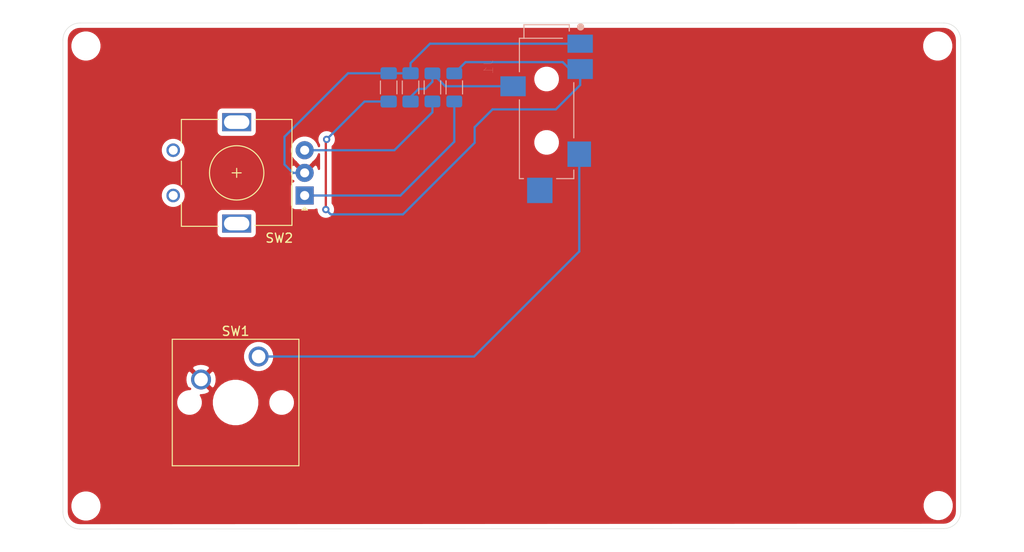
<source format=kicad_pcb>
(kicad_pcb (version 20171130) (host pcbnew "(5.1.7)-1")

  (general
    (thickness 1.6)
    (drawings 11)
    (tracks 49)
    (zones 0)
    (modules 11)
    (nets 8)
  )

  (page A4)
  (layers
    (0 F.Cu signal)
    (31 B.Cu signal)
    (32 B.Adhes user)
    (33 F.Adhes user)
    (34 B.Paste user)
    (35 F.Paste user)
    (36 B.SilkS user)
    (37 F.SilkS user)
    (38 B.Mask user)
    (39 F.Mask user)
    (40 Dwgs.User user)
    (41 Cmts.User user)
    (42 Eco1.User user)
    (43 Eco2.User user)
    (44 Edge.Cuts user)
    (45 Margin user)
    (46 B.CrtYd user)
    (47 F.CrtYd user)
    (48 B.Fab user)
    (49 F.Fab user)
  )

  (setup
    (last_trace_width 0.25)
    (trace_clearance 0.2)
    (zone_clearance 0.508)
    (zone_45_only no)
    (trace_min 0.2)
    (via_size 0.8)
    (via_drill 0.4)
    (via_min_size 0.4)
    (via_min_drill 0.3)
    (uvia_size 0.3)
    (uvia_drill 0.1)
    (uvias_allowed no)
    (uvia_min_size 0.2)
    (uvia_min_drill 0.1)
    (edge_width 0.05)
    (segment_width 0.2)
    (pcb_text_width 0.3)
    (pcb_text_size 1.5 1.5)
    (mod_edge_width 0.12)
    (mod_text_size 1 1)
    (mod_text_width 0.15)
    (pad_size 1.524 1.524)
    (pad_drill 0.762)
    (pad_to_mask_clearance 0)
    (aux_axis_origin 0 0)
    (visible_elements 7FFFFFFF)
    (pcbplotparams
      (layerselection 0x010fc_ffffffff)
      (usegerberextensions true)
      (usegerberattributes false)
      (usegerberadvancedattributes false)
      (creategerberjobfile false)
      (excludeedgelayer true)
      (linewidth 0.100000)
      (plotframeref false)
      (viasonmask false)
      (mode 1)
      (useauxorigin false)
      (hpglpennumber 1)
      (hpglpenspeed 20)
      (hpglpendiameter 15.000000)
      (psnegative false)
      (psa4output false)
      (plotreference true)
      (plotvalue true)
      (plotinvisibletext false)
      (padsonsilk false)
      (subtractmaskfromsilk false)
      (outputformat 1)
      (mirror false)
      (drillshape 0)
      (scaleselection 1)
      (outputdirectory "plots/"))
  )

  (net 0 "")
  (net 1 OUT_A)
  (net 2 GND)
  (net 3 OUT_B)
  (net 4 "Net-(R1-Pad1)")
  (net 5 "Net-(R2-Pad1)")
  (net 6 "Net-(J1-Pad2)")
  (net 7 "Net-(J1-Pad5)")

  (net_class Default "This is the default net class."
    (clearance 0.2)
    (trace_width 0.25)
    (via_dia 0.8)
    (via_drill 0.4)
    (uvia_dia 0.3)
    (uvia_drill 0.1)
    (add_net GND)
    (add_net "Net-(J1-Pad2)")
    (add_net "Net-(J1-Pad5)")
    (add_net "Net-(R1-Pad1)")
    (add_net "Net-(R2-Pad1)")
    (add_net OUT_A)
    (add_net OUT_B)
  )

  (module MountingHole:MountingHole_2.2mm_M2 (layer F.Cu) (tedit 56D1B4CB) (tstamp 5FB14986)
    (at 127 119.38)
    (descr "Mounting Hole 2.2mm, no annular, M2")
    (tags "mounting hole 2.2mm no annular m2")
    (attr virtual)
    (fp_text reference REF** (at 0 -3.2) (layer F.SilkS) hide
      (effects (font (size 1 1) (thickness 0.15)))
    )
    (fp_text value MountingHole_2.2mm_M2 (at 0 3.2) (layer F.Fab)
      (effects (font (size 1 1) (thickness 0.15)))
    )
    (fp_circle (center 0 0) (end 2.2 0) (layer Cmts.User) (width 0.15))
    (fp_circle (center 0 0) (end 2.45 0) (layer F.CrtYd) (width 0.05))
    (fp_text user %R (at 0.3 0) (layer F.Fab)
      (effects (font (size 1 1) (thickness 0.15)))
    )
    (pad 1 np_thru_hole circle (at 0 0) (size 2.2 2.2) (drill 2.2) (layers *.Cu *.Mask))
  )

  (module MountingHole:MountingHole_2.2mm_M2 (layer F.Cu) (tedit 56D1B4CB) (tstamp 5FB14986)
    (at 221.0308 119.3292)
    (descr "Mounting Hole 2.2mm, no annular, M2")
    (tags "mounting hole 2.2mm no annular m2")
    (attr virtual)
    (fp_text reference REF** (at 0 -3.2) (layer F.SilkS) hide
      (effects (font (size 1 1) (thickness 0.15)))
    )
    (fp_text value MountingHole_2.2mm_M2 (at 0 3.2) (layer F.Fab)
      (effects (font (size 1 1) (thickness 0.15)))
    )
    (fp_circle (center 0 0) (end 2.2 0) (layer Cmts.User) (width 0.15))
    (fp_circle (center 0 0) (end 2.45 0) (layer F.CrtYd) (width 0.05))
    (fp_text user %R (at 0.3 0) (layer F.Fab)
      (effects (font (size 1 1) (thickness 0.15)))
    )
    (pad 1 np_thru_hole circle (at 0 0) (size 2.2 2.2) (drill 2.2) (layers *.Cu *.Mask))
  )

  (module MountingHole:MountingHole_2.2mm_M2 (layer F.Cu) (tedit 56D1B4CB) (tstamp 5FB14986)
    (at 220.98 68.58)
    (descr "Mounting Hole 2.2mm, no annular, M2")
    (tags "mounting hole 2.2mm no annular m2")
    (attr virtual)
    (fp_text reference REF** (at 0 -3.2) (layer F.SilkS) hide
      (effects (font (size 1 1) (thickness 0.15)))
    )
    (fp_text value MountingHole_2.2mm_M2 (at 0 3.2) (layer F.Fab)
      (effects (font (size 1 1) (thickness 0.15)))
    )
    (fp_circle (center 0 0) (end 2.2 0) (layer Cmts.User) (width 0.15))
    (fp_circle (center 0 0) (end 2.45 0) (layer F.CrtYd) (width 0.05))
    (fp_text user %R (at 0.3 0) (layer F.Fab)
      (effects (font (size 1 1) (thickness 0.15)))
    )
    (pad 1 np_thru_hole circle (at 0 0) (size 2.2 2.2) (drill 2.2) (layers *.Cu *.Mask))
  )

  (module MountingHole:MountingHole_2.2mm_M2 (layer F.Cu) (tedit 56D1B4CB) (tstamp 5FB14984)
    (at 127 68.58)
    (descr "Mounting Hole 2.2mm, no annular, M2")
    (tags "mounting hole 2.2mm no annular m2")
    (attr virtual)
    (fp_text reference REF** (at 0 -3.2) (layer F.SilkS) hide
      (effects (font (size 1 1) (thickness 0.15)))
    )
    (fp_text value MountingHole_2.2mm_M2 (at 0 3.2) (layer F.Fab)
      (effects (font (size 1 1) (thickness 0.15)))
    )
    (fp_circle (center 0 0) (end 2.2 0) (layer Cmts.User) (width 0.15))
    (fp_circle (center 0 0) (end 2.45 0) (layer F.CrtYd) (width 0.05))
    (fp_text user %R (at 0.3 0) (layer F.Fab)
      (effects (font (size 1 1) (thickness 0.15)))
    )
    (pad 1 np_thru_hole circle (at 0 0) (size 2.2 2.2) (drill 2.2) (layers *.Cu *.Mask))
  )

  (module Capacitor_SMD:C_1206_3216Metric_Pad1.33x1.80mm_HandSolder (layer B.Cu) (tedit 5F68FEEF) (tstamp 5FB0E7BC)
    (at 160.401 73.152 90)
    (descr "Capacitor SMD 1206 (3216 Metric), square (rectangular) end terminal, IPC_7351 nominal with elongated pad for handsoldering. (Body size source: IPC-SM-782 page 76, https://www.pcb-3d.com/wordpress/wp-content/uploads/ipc-sm-782a_amendment_1_and_2.pdf), generated with kicad-footprint-generator")
    (tags "capacitor handsolder")
    (path /5F9E3084)
    (attr smd)
    (fp_text reference C1 (at 0 1.85 270) (layer B.SilkS) hide
      (effects (font (size 1 1) (thickness 0.15)) (justify mirror))
    )
    (fp_text value 0.01uF (at 0 -1.85 270) (layer B.Fab)
      (effects (font (size 1 1) (thickness 0.15)) (justify mirror))
    )
    (fp_line (start 2.48 -1.15) (end -2.48 -1.15) (layer B.CrtYd) (width 0.05))
    (fp_line (start 2.48 1.15) (end 2.48 -1.15) (layer B.CrtYd) (width 0.05))
    (fp_line (start -2.48 1.15) (end 2.48 1.15) (layer B.CrtYd) (width 0.05))
    (fp_line (start -2.48 -1.15) (end -2.48 1.15) (layer B.CrtYd) (width 0.05))
    (fp_line (start -0.711252 -0.91) (end 0.711252 -0.91) (layer B.SilkS) (width 0.12))
    (fp_line (start -0.711252 0.91) (end 0.711252 0.91) (layer B.SilkS) (width 0.12))
    (fp_line (start 1.6 -0.8) (end -1.6 -0.8) (layer B.Fab) (width 0.1))
    (fp_line (start 1.6 0.8) (end 1.6 -0.8) (layer B.Fab) (width 0.1))
    (fp_line (start -1.6 0.8) (end 1.6 0.8) (layer B.Fab) (width 0.1))
    (fp_line (start -1.6 -0.8) (end -1.6 0.8) (layer B.Fab) (width 0.1))
    (fp_text user %R (at 0 0 270) (layer B.Fab)
      (effects (font (size 0.8 0.8) (thickness 0.12)) (justify mirror))
    )
    (pad 1 smd roundrect (at -1.5625 0 90) (size 1.325 1.8) (layers B.Cu B.Paste B.Mask) (roundrect_rratio 0.1886769811320755)
      (net 1 OUT_A))
    (pad 2 smd roundrect (at 1.5625 0 90) (size 1.325 1.8) (layers B.Cu B.Paste B.Mask) (roundrect_rratio 0.1886769811320755)
      (net 2 GND))
    (model ${KISYS3DMOD}/Capacitor_SMD.3dshapes/C_1206_3216Metric.wrl
      (at (xyz 0 0 0))
      (scale (xyz 1 1 1))
      (rotate (xyz 0 0 0))
    )
  )

  (module Capacitor_SMD:C_1206_3216Metric_Pad1.33x1.80mm_HandSolder (layer B.Cu) (tedit 5F68FEEF) (tstamp 5FB0E7CD)
    (at 162.814 73.152 90)
    (descr "Capacitor SMD 1206 (3216 Metric), square (rectangular) end terminal, IPC_7351 nominal with elongated pad for handsoldering. (Body size source: IPC-SM-782 page 76, https://www.pcb-3d.com/wordpress/wp-content/uploads/ipc-sm-782a_amendment_1_and_2.pdf), generated with kicad-footprint-generator")
    (tags "capacitor handsolder")
    (path /5F9E3C24)
    (attr smd)
    (fp_text reference C2 (at 0 1.85 270) (layer B.SilkS) hide
      (effects (font (size 1 1) (thickness 0.15)) (justify mirror))
    )
    (fp_text value 0.01uF (at 0 -1.85 270) (layer B.Fab)
      (effects (font (size 1 1) (thickness 0.15)) (justify mirror))
    )
    (fp_line (start -1.6 -0.8) (end -1.6 0.8) (layer B.Fab) (width 0.1))
    (fp_line (start -1.6 0.8) (end 1.6 0.8) (layer B.Fab) (width 0.1))
    (fp_line (start 1.6 0.8) (end 1.6 -0.8) (layer B.Fab) (width 0.1))
    (fp_line (start 1.6 -0.8) (end -1.6 -0.8) (layer B.Fab) (width 0.1))
    (fp_line (start -0.711252 0.91) (end 0.711252 0.91) (layer B.SilkS) (width 0.12))
    (fp_line (start -0.711252 -0.91) (end 0.711252 -0.91) (layer B.SilkS) (width 0.12))
    (fp_line (start -2.48 -1.15) (end -2.48 1.15) (layer B.CrtYd) (width 0.05))
    (fp_line (start -2.48 1.15) (end 2.48 1.15) (layer B.CrtYd) (width 0.05))
    (fp_line (start 2.48 1.15) (end 2.48 -1.15) (layer B.CrtYd) (width 0.05))
    (fp_line (start 2.48 -1.15) (end -2.48 -1.15) (layer B.CrtYd) (width 0.05))
    (fp_text user %R (at 0 0 270) (layer B.Fab)
      (effects (font (size 0.8 0.8) (thickness 0.12)) (justify mirror))
    )
    (pad 2 smd roundrect (at 1.5625 0 90) (size 1.325 1.8) (layers B.Cu B.Paste B.Mask) (roundrect_rratio 0.1886769811320755)
      (net 2 GND))
    (pad 1 smd roundrect (at -1.5625 0 90) (size 1.325 1.8) (layers B.Cu B.Paste B.Mask) (roundrect_rratio 0.1886769811320755)
      (net 3 OUT_B))
    (model ${KISYS3DMOD}/Capacitor_SMD.3dshapes/C_1206_3216Metric.wrl
      (at (xyz 0 0 0))
      (scale (xyz 1 1 1))
      (rotate (xyz 0 0 0))
    )
  )

  (module Resistor_SMD:R_1206_3216Metric_Pad1.30x1.75mm_HandSolder (layer B.Cu) (tedit 5F68FEEE) (tstamp 5FB0E802)
    (at 167.64 73.152 90)
    (descr "Resistor SMD 1206 (3216 Metric), square (rectangular) end terminal, IPC_7351 nominal with elongated pad for handsoldering. (Body size source: IPC-SM-782 page 72, https://www.pcb-3d.com/wordpress/wp-content/uploads/ipc-sm-782a_amendment_1_and_2.pdf), generated with kicad-footprint-generator")
    (tags "resistor handsolder")
    (path /5F9DFC09)
    (attr smd)
    (fp_text reference R1 (at 0 1.82 270) (layer B.SilkS) hide
      (effects (font (size 1 1) (thickness 0.15)) (justify mirror))
    )
    (fp_text value 10K (at 0 -1.82 270) (layer B.Fab)
      (effects (font (size 1 1) (thickness 0.15)) (justify mirror))
    )
    (fp_line (start 2.45 -1.12) (end -2.45 -1.12) (layer B.CrtYd) (width 0.05))
    (fp_line (start 2.45 1.12) (end 2.45 -1.12) (layer B.CrtYd) (width 0.05))
    (fp_line (start -2.45 1.12) (end 2.45 1.12) (layer B.CrtYd) (width 0.05))
    (fp_line (start -2.45 -1.12) (end -2.45 1.12) (layer B.CrtYd) (width 0.05))
    (fp_line (start -0.727064 -0.91) (end 0.727064 -0.91) (layer B.SilkS) (width 0.12))
    (fp_line (start -0.727064 0.91) (end 0.727064 0.91) (layer B.SilkS) (width 0.12))
    (fp_line (start 1.6 -0.8) (end -1.6 -0.8) (layer B.Fab) (width 0.1))
    (fp_line (start 1.6 0.8) (end 1.6 -0.8) (layer B.Fab) (width 0.1))
    (fp_line (start -1.6 0.8) (end 1.6 0.8) (layer B.Fab) (width 0.1))
    (fp_line (start -1.6 -0.8) (end -1.6 0.8) (layer B.Fab) (width 0.1))
    (fp_text user %R (at 0 0 270) (layer B.Fab)
      (effects (font (size 0.8 0.8) (thickness 0.12)) (justify mirror))
    )
    (pad 1 smd roundrect (at -1.55 0 90) (size 1.3 1.75) (layers B.Cu B.Paste B.Mask) (roundrect_rratio 0.1923069230769231)
      (net 4 "Net-(R1-Pad1)"))
    (pad 2 smd roundrect (at 1.55 0 90) (size 1.3 1.75) (layers B.Cu B.Paste B.Mask) (roundrect_rratio 0.1923069230769231)
      (net 1 OUT_A))
    (model ${KISYS3DMOD}/Resistor_SMD.3dshapes/R_1206_3216Metric.wrl
      (at (xyz 0 0 0))
      (scale (xyz 1 1 1))
      (rotate (xyz 0 0 0))
    )
  )

  (module Resistor_SMD:R_1206_3216Metric_Pad1.30x1.75mm_HandSolder (layer B.Cu) (tedit 5F68FEEE) (tstamp 5FB0E813)
    (at 165.227 73.152 90)
    (descr "Resistor SMD 1206 (3216 Metric), square (rectangular) end terminal, IPC_7351 nominal with elongated pad for handsoldering. (Body size source: IPC-SM-782 page 72, https://www.pcb-3d.com/wordpress/wp-content/uploads/ipc-sm-782a_amendment_1_and_2.pdf), generated with kicad-footprint-generator")
    (tags "resistor handsolder")
    (path /5F9E137D)
    (attr smd)
    (fp_text reference R2 (at 0 1.82 270) (layer B.SilkS) hide
      (effects (font (size 1 1) (thickness 0.15)) (justify mirror))
    )
    (fp_text value 10K (at 0 -1.82 270) (layer B.Fab)
      (effects (font (size 1 1) (thickness 0.15)) (justify mirror))
    )
    (fp_line (start -1.6 -0.8) (end -1.6 0.8) (layer B.Fab) (width 0.1))
    (fp_line (start -1.6 0.8) (end 1.6 0.8) (layer B.Fab) (width 0.1))
    (fp_line (start 1.6 0.8) (end 1.6 -0.8) (layer B.Fab) (width 0.1))
    (fp_line (start 1.6 -0.8) (end -1.6 -0.8) (layer B.Fab) (width 0.1))
    (fp_line (start -0.727064 0.91) (end 0.727064 0.91) (layer B.SilkS) (width 0.12))
    (fp_line (start -0.727064 -0.91) (end 0.727064 -0.91) (layer B.SilkS) (width 0.12))
    (fp_line (start -2.45 -1.12) (end -2.45 1.12) (layer B.CrtYd) (width 0.05))
    (fp_line (start -2.45 1.12) (end 2.45 1.12) (layer B.CrtYd) (width 0.05))
    (fp_line (start 2.45 1.12) (end 2.45 -1.12) (layer B.CrtYd) (width 0.05))
    (fp_line (start 2.45 -1.12) (end -2.45 -1.12) (layer B.CrtYd) (width 0.05))
    (fp_text user %R (at 0 0 270) (layer B.Fab)
      (effects (font (size 0.8 0.8) (thickness 0.12)) (justify mirror))
    )
    (pad 2 smd roundrect (at 1.55 0 90) (size 1.3 1.75) (layers B.Cu B.Paste B.Mask) (roundrect_rratio 0.1923069230769231)
      (net 3 OUT_B))
    (pad 1 smd roundrect (at -1.55 0 90) (size 1.3 1.75) (layers B.Cu B.Paste B.Mask) (roundrect_rratio 0.1923069230769231)
      (net 5 "Net-(R2-Pad1)"))
    (model ${KISYS3DMOD}/Resistor_SMD.3dshapes/R_1206_3216Metric.wrl
      (at (xyz 0 0 0))
      (scale (xyz 1 1 1))
      (rotate (xyz 0 0 0))
    )
  )

  (module Button_Switch_Keyboard:SW_Cherry_MX_1.00u_PCB (layer F.Cu) (tedit 5A02FE24) (tstamp 5FB0E82D)
    (at 146.05 102.87)
    (descr "Cherry MX keyswitch, 1.00u, PCB mount, http://cherryamericas.com/wp-content/uploads/2014/12/mx_cat.pdf")
    (tags "Cherry MX keyswitch 1.00u PCB")
    (path /5F9D4304)
    (fp_text reference SW1 (at -2.54 -2.794) (layer F.SilkS)
      (effects (font (size 1 1) (thickness 0.15)))
    )
    (fp_text value SW_Push (at -2.54 12.954) (layer F.Fab)
      (effects (font (size 1 1) (thickness 0.15)))
    )
    (fp_line (start -9.525 12.065) (end -9.525 -1.905) (layer F.SilkS) (width 0.12))
    (fp_line (start 4.445 12.065) (end -9.525 12.065) (layer F.SilkS) (width 0.12))
    (fp_line (start 4.445 -1.905) (end 4.445 12.065) (layer F.SilkS) (width 0.12))
    (fp_line (start -9.525 -1.905) (end 4.445 -1.905) (layer F.SilkS) (width 0.12))
    (fp_line (start -12.065 14.605) (end -12.065 -4.445) (layer Dwgs.User) (width 0.15))
    (fp_line (start 6.985 14.605) (end -12.065 14.605) (layer Dwgs.User) (width 0.15))
    (fp_line (start 6.985 -4.445) (end 6.985 14.605) (layer Dwgs.User) (width 0.15))
    (fp_line (start -12.065 -4.445) (end 6.985 -4.445) (layer Dwgs.User) (width 0.15))
    (fp_line (start -9.14 -1.52) (end 4.06 -1.52) (layer F.CrtYd) (width 0.05))
    (fp_line (start 4.06 -1.52) (end 4.06 11.68) (layer F.CrtYd) (width 0.05))
    (fp_line (start 4.06 11.68) (end -9.14 11.68) (layer F.CrtYd) (width 0.05))
    (fp_line (start -9.14 11.68) (end -9.14 -1.52) (layer F.CrtYd) (width 0.05))
    (fp_line (start -8.89 11.43) (end -8.89 -1.27) (layer F.Fab) (width 0.1))
    (fp_line (start 3.81 11.43) (end -8.89 11.43) (layer F.Fab) (width 0.1))
    (fp_line (start 3.81 -1.27) (end 3.81 11.43) (layer F.Fab) (width 0.1))
    (fp_line (start -8.89 -1.27) (end 3.81 -1.27) (layer F.Fab) (width 0.1))
    (fp_text user %R (at -2.54 -2.794) (layer F.Fab)
      (effects (font (size 1 1) (thickness 0.15)))
    )
    (pad 1 thru_hole circle (at 0 0) (size 2.2 2.2) (drill 1.5) (layers *.Cu *.Mask)
      (net 6 "Net-(J1-Pad2)"))
    (pad 2 thru_hole circle (at -6.35 2.54) (size 2.2 2.2) (drill 1.5) (layers *.Cu *.Mask)
      (net 2 GND))
    (pad "" np_thru_hole circle (at -2.54 5.08) (size 4 4) (drill 4) (layers *.Cu *.Mask))
    (pad "" np_thru_hole circle (at -7.62 5.08) (size 1.7 1.7) (drill 1.7) (layers *.Cu *.Mask))
    (pad "" np_thru_hole circle (at 2.54 5.08) (size 1.7 1.7) (drill 1.7) (layers *.Cu *.Mask))
    (model ${KISYS3DMOD}/Button_Switch_Keyboard.3dshapes/SW_Cherry_MX_1.00u_PCB.wrl
      (at (xyz 0 0 0))
      (scale (xyz 1 1 1))
      (rotate (xyz 0 0 0))
    )
  )

  (module Rotary_Encoder:RotaryEncoder_Alps_EC11E_Vertical_H20mm locked (layer F.Cu) (tedit 5A64F74E) (tstamp 5FB0E853)
    (at 151.13 85.09 180)
    (descr "Alps rotary encoder, EC12E... without switch (pins are dummy), vertical shaft, http://www.alps.com/prod/info/E/HTML/Encoder/Incremental/EC11/EC11E15204A3.html")
    (tags "rotary encoder")
    (path /5F9D3657)
    (fp_text reference SW2 (at 2.8 -4.7) (layer F.SilkS)
      (effects (font (size 1 1) (thickness 0.15)))
    )
    (fp_text value Rotary_Encoder (at 7.5 10.4) (layer F.Fab)
      (effects (font (size 1 1) (thickness 0.15)))
    )
    (fp_circle (center 7.5 2.5) (end 10.5 2.5) (layer F.Fab) (width 0.12))
    (fp_circle (center 7.5 2.5) (end 10.5 2.5) (layer F.SilkS) (width 0.12))
    (fp_line (start 15.5 9.35) (end -1.25 9.35) (layer F.CrtYd) (width 0.05))
    (fp_line (start 15.5 9.35) (end 15.5 -4.35) (layer F.CrtYd) (width 0.05))
    (fp_line (start -1.25 -4.35) (end -1.25 9.35) (layer F.CrtYd) (width 0.05))
    (fp_line (start -1.25 -4.35) (end 15.5 -4.35) (layer F.CrtYd) (width 0.05))
    (fp_line (start 2.5 -3.3) (end 13.5 -3.3) (layer F.Fab) (width 0.12))
    (fp_line (start 13.5 -3.3) (end 13.5 8.3) (layer F.Fab) (width 0.12))
    (fp_line (start 13.5 8.3) (end 1.5 8.3) (layer F.Fab) (width 0.12))
    (fp_line (start 1.5 8.3) (end 1.5 -2.2) (layer F.Fab) (width 0.12))
    (fp_line (start 1.5 -2.2) (end 2.5 -3.3) (layer F.Fab) (width 0.12))
    (fp_line (start 9.5 -3.4) (end 13.6 -3.4) (layer F.SilkS) (width 0.12))
    (fp_line (start 13.6 8.4) (end 9.5 8.4) (layer F.SilkS) (width 0.12))
    (fp_line (start 5.5 8.4) (end 1.4 8.4) (layer F.SilkS) (width 0.12))
    (fp_line (start 5.5 -3.3) (end 1.4 -3.3) (layer F.SilkS) (width 0.12))
    (fp_line (start 1.4 -3.3) (end 1.4 8.4) (layer F.SilkS) (width 0.12))
    (fp_line (start 0 -1.3) (end -0.3 -1.6) (layer F.SilkS) (width 0.12))
    (fp_line (start -0.3 -1.6) (end 0.3 -1.6) (layer F.SilkS) (width 0.12))
    (fp_line (start 0.3 -1.6) (end 0 -1.3) (layer F.SilkS) (width 0.12))
    (fp_line (start 7.5 -0.5) (end 7.5 5.5) (layer F.Fab) (width 0.12))
    (fp_line (start 4.5 2.5) (end 10.5 2.5) (layer F.Fab) (width 0.12))
    (fp_line (start 13.6 -3.4) (end 13.6 -0.8) (layer F.SilkS) (width 0.12))
    (fp_line (start 13.6 1.2) (end 13.6 3.8) (layer F.SilkS) (width 0.12))
    (fp_line (start 13.6 5.8) (end 13.6 8.4) (layer F.SilkS) (width 0.12))
    (fp_line (start 7.5 2) (end 7.5 3) (layer F.SilkS) (width 0.12))
    (fp_line (start 7 2.5) (end 8 2.5) (layer F.SilkS) (width 0.12))
    (fp_text user %R (at 11.1 6.3) (layer F.Fab)
      (effects (font (size 1 1) (thickness 0.15)))
    )
    (pad "" thru_hole circle (at 14.5 5 180) (size 1.5 1.5) (drill 1) (layers *.Cu *.Mask))
    (pad "" thru_hole circle (at 14.5 0 180) (size 1.5 1.5) (drill 1) (layers *.Cu *.Mask))
    (pad MP thru_hole rect (at 7.5 8.1 180) (size 3.2 2) (drill oval 2.8 1.5) (layers *.Cu *.Mask))
    (pad MP thru_hole rect (at 7.5 -3.1 180) (size 3.2 2) (drill oval 2.8 1.5) (layers *.Cu *.Mask))
    (pad B thru_hole circle (at 0 5 180) (size 2 2) (drill 1) (layers *.Cu *.Mask)
      (net 5 "Net-(R2-Pad1)"))
    (pad C thru_hole circle (at 0 2.5 180) (size 2 2) (drill 1) (layers *.Cu *.Mask)
      (net 2 GND))
    (pad A thru_hole rect (at 0 0 180) (size 2 2) (drill 1) (layers *.Cu *.Mask)
      (net 4 "Net-(R1-Pad1)"))
    (model ${KISYS3DMOD}/Rotary_Encoder.3dshapes/RotaryEncoder_Alps_EC11E_Vertical_H20mm.wrl
      (at (xyz 0 0 0))
      (scale (xyz 1 1 1))
      (rotate (xyz 0 0 0))
    )
  )

  (module TRRS_jack:CUI_SJ-43515TS-SMT (layer B.Cu) (tedit 605843EC) (tstamp 6058A8B2)
    (at 177.8254 75.4761 270)
    (path /60585147)
    (fp_text reference J1 (at -4.596275 6.414705 90) (layer B.SilkS)
      (effects (font (size 1.004654 1.004654) (thickness 0.015)) (justify mirror))
    )
    (fp_text value SJ-43515TS-SMT (at 3.39283 -6.53973 90) (layer B.Fab)
      (effects (font (size 1.003795 1.003795) (thickness 0.015)) (justify mirror))
    )
    (fp_line (start -7.75 3) (end -7.75 2.5) (layer B.Fab) (width 0.127))
    (fp_line (start -7.75 2.5) (end -7.75 -2.5) (layer B.Fab) (width 0.127))
    (fp_line (start -7.75 -2.5) (end -7.75 -3) (layer B.Fab) (width 0.127))
    (fp_line (start -7.75 -3) (end 7.75 -3) (layer B.Fab) (width 0.127))
    (fp_line (start 7.75 -3) (end 7.75 3) (layer B.Fab) (width 0.127))
    (fp_line (start 7.75 3) (end -7.75 3) (layer B.Fab) (width 0.127))
    (fp_line (start -7.75 2.5) (end -9.25 2.5) (layer B.Fab) (width 0.127))
    (fp_line (start -9.25 2.5) (end -9.25 -2.5) (layer B.Fab) (width 0.127))
    (fp_line (start -9.25 -2.5) (end -7.75 -2.5) (layer B.Fab) (width 0.127))
    (fp_line (start -4.05 3) (end -7.75 3) (layer B.SilkS) (width 0.127))
    (fp_line (start -7.75 3) (end -7.75 2.5) (layer B.SilkS) (width 0.127))
    (fp_line (start -7.75 2.5) (end -7.75 -1.75) (layer B.SilkS) (width 0.127))
    (fp_line (start -7.75 2.5) (end -9.25 2.5) (layer B.SilkS) (width 0.127))
    (fp_line (start -9.25 2.5) (end -9.25 -2.5) (layer B.SilkS) (width 0.127))
    (fp_line (start -9.25 -2.5) (end -8.55 -2.5) (layer B.SilkS) (width 0.127))
    (fp_line (start -2.85 -3) (end 3.25 -3) (layer B.SilkS) (width 0.127))
    (fp_line (start 6.8 -3) (end 7.75 -3) (layer B.SilkS) (width 0.127))
    (fp_line (start 7.75 3) (end -0.95 3) (layer B.SilkS) (width 0.127))
    (fp_circle (center -9 -3.75) (end -8.8 -3.75) (layer B.SilkS) (width 0.4))
    (fp_line (start 7.75 -1.1) (end 7.75 -3) (layer B.SilkS) (width 0.127))
    (fp_line (start 7.75 3) (end 7.75 2.55) (layer B.SilkS) (width 0.127))
    (fp_line (start -9.5 2.75) (end -8 2.75) (layer B.CrtYd) (width 0.05))
    (fp_line (start -8 2.75) (end -8 3.25) (layer B.CrtYd) (width 0.05))
    (fp_line (start -8 3.25) (end -3.75 3.25) (layer B.CrtYd) (width 0.05))
    (fp_line (start -3.75 3.25) (end -3.75 5.5) (layer B.CrtYd) (width 0.05))
    (fp_line (start -3.75 5.5) (end -1 5.5) (layer B.CrtYd) (width 0.05))
    (fp_line (start -1 5.5) (end -1 3.25) (layer B.CrtYd) (width 0.05))
    (fp_line (start -1 3.25) (end 8 3.25) (layer B.CrtYd) (width 0.05))
    (fp_line (start 8 3.25) (end 8 2.5) (layer B.CrtYd) (width 0.05))
    (fp_line (start 8 2.5) (end 10.75 2.5) (layer B.CrtYd) (width 0.05))
    (fp_line (start 10.75 2.5) (end 10.75 -1) (layer B.CrtYd) (width 0.05))
    (fp_line (start 10.75 -1) (end 8 -1) (layer B.CrtYd) (width 0.05))
    (fp_line (start 8 -1) (end 8 -3.25) (layer B.CrtYd) (width 0.05))
    (fp_line (start 8 -3.25) (end 6.75 -3.25) (layer B.CrtYd) (width 0.05))
    (fp_line (start 6.75 -3.25) (end 6.75 -5.5) (layer B.CrtYd) (width 0.05))
    (fp_line (start 6.75 -5.5) (end 3.25 -5.5) (layer B.CrtYd) (width 0.05))
    (fp_line (start 3.25 -5.5) (end 3.25 -3.25) (layer B.CrtYd) (width 0.05))
    (fp_line (start 3.25 -3.25) (end -3 -3.25) (layer B.CrtYd) (width 0.05))
    (fp_line (start -3 -3.25) (end -3 -5.5) (layer B.CrtYd) (width 0.05))
    (fp_line (start -3 -5.5) (end -8.5 -5.5) (layer B.CrtYd) (width 0.05))
    (fp_line (start -8.5 -5.5) (end -8.5 -2.75) (layer B.CrtYd) (width 0.05))
    (fp_line (start -8.5 -2.75) (end -9.5 -2.75) (layer B.CrtYd) (width 0.05))
    (fp_line (start -9.5 -2.75) (end -9.5 2.75) (layer B.CrtYd) (width 0.05))
    (pad 1 smd rect (at -7.15 -3.7 270) (size 2 2.8) (layers B.Cu B.Paste B.Mask)
      (net 2 GND))
    (pad 2 smd rect (at 5.05 -3.6 270) (size 2.8 2.6) (layers B.Cu B.Paste B.Mask)
      (net 6 "Net-(J1-Pad2)"))
    (pad 3 smd rect (at -2.45 3.7 270) (size 2.2 2.8) (layers B.Cu B.Paste B.Mask)
      (net 3 OUT_B))
    (pad 4 smd rect (at -4.35 -3.7 270) (size 2.2 2.8) (layers B.Cu B.Paste B.Mask)
      (net 1 OUT_A))
    (pad None np_thru_hole circle (at -3.25 0 270) (size 1.7 1.7) (drill 1.7) (layers *.Cu *.Mask))
    (pad None np_thru_hole circle (at 3.75 0 270) (size 1.7 1.7) (drill 1.7) (layers *.Cu *.Mask))
    (pad 5 smd rect (at 9.05 0.75 270) (size 2.8 2.8) (layers B.Cu B.Paste B.Mask)
      (net 7 "Net-(J1-Pad5)"))
  )

  (gr_arc (start 126.3396 120.0404) (end 124.46 120.0404) (angle -90) (layer Edge.Cuts) (width 0.05))
  (gr_arc (start 221.6404 119.9896) (end 221.6404 121.8692) (angle -90) (layer Edge.Cuts) (width 0.05))
  (gr_arc (start 221.6404 67.9196) (end 223.52 67.9196) (angle -90) (layer Edge.Cuts) (width 0.05))
  (gr_arc (start 126.3396 67.9196) (end 126.3396 66.04) (angle -90) (layer Edge.Cuts) (width 0.05))
  (gr_line (start 223.52 119.9896) (end 223.52 114.3) (layer Edge.Cuts) (width 0.05) (tstamp 5FB0EC73))
  (gr_line (start 126.3396 121.92) (end 221.6404 121.8692) (layer Edge.Cuts) (width 0.05))
  (gr_line (start 124.46 114.3) (end 124.46 120.0404) (layer Edge.Cuts) (width 0.05))
  (gr_circle (center 143.51 82.55) (end 153.67 88.9) (layer Dwgs.User) (width 0.15))
  (gr_line (start 221.6404 66.04) (end 126.3396 66.04) (layer Edge.Cuts) (width 0.05) (tstamp 5F9DA4BF))
  (gr_line (start 223.52 114.3) (end 223.52 67.9196) (layer Edge.Cuts) (width 0.05))
  (gr_line (start 124.46 67.9196) (end 124.46 114.3) (layer Edge.Cuts) (width 0.05))

  (segment (start 181.5254 71.1261) (end 180.3715 71.1261) (width 0.25) (layer B.Cu) (net 1))
  (segment (start 180.3715 71.1261) (end 179.6034 70.358) (width 0.25) (layer B.Cu) (net 1))
  (segment (start 168.884 70.358) (end 167.64 71.602) (width 0.25) (layer B.Cu) (net 1))
  (segment (start 179.6034 70.358) (end 168.884 70.358) (width 0.25) (layer B.Cu) (net 1))
  (segment (start 160.401 74.7145) (end 160.401 74.9681) (width 0.25) (layer B.Cu) (net 1))
  (segment (start 181.5254 71.1261) (end 181.5254 72.4111) (width 0.25) (layer B.Cu) (net 1))
  (segment (start 181.5254 72.4111) (end 181.5254 72.8937) (width 0.25) (layer B.Cu) (net 1))
  (segment (start 181.5254 72.8937) (end 178.8414 75.5777) (width 0.25) (layer B.Cu) (net 1))
  (segment (start 178.8414 75.5777) (end 171.8564 75.5777) (width 0.25) (layer B.Cu) (net 1))
  (segment (start 171.8564 75.5777) (end 169.8879 77.5462) (width 0.25) (layer B.Cu) (net 1))
  (segment (start 169.8879 77.5462) (end 169.8879 79.2607) (width 0.25) (layer B.Cu) (net 1))
  (segment (start 169.8879 79.2607) (end 161.9758 87.1728) (width 0.25) (layer B.Cu) (net 1))
  (via (at 153.4668 86.6394) (size 0.8) (drill 0.4) (layers F.Cu B.Cu) (net 1))
  (segment (start 154.0002 87.1728) (end 153.4668 86.6394) (width 0.25) (layer B.Cu) (net 1))
  (segment (start 161.9758 87.1728) (end 154.0002 87.1728) (width 0.25) (layer B.Cu) (net 1))
  (via (at 153.5557 78.8924) (size 0.8) (drill 0.4) (layers F.Cu B.Cu) (net 1))
  (segment (start 153.4668 78.9813) (end 153.5557 78.8924) (width 0.25) (layer F.Cu) (net 1))
  (segment (start 153.4668 86.6394) (end 153.4668 78.9813) (width 0.25) (layer F.Cu) (net 1))
  (segment (start 157.7336 74.7145) (end 160.401 74.7145) (width 0.25) (layer B.Cu) (net 1))
  (segment (start 153.5557 78.8924) (end 157.7336 74.7145) (width 0.25) (layer B.Cu) (net 1))
  (segment (start 151.13 82.59) (end 151.805 82.59) (width 0.25) (layer F.Cu) (net 2))
  (segment (start 160.401 71.5895) (end 162.814 71.5895) (width 0.25) (layer B.Cu) (net 2))
  (segment (start 160.401 71.5895) (end 155.9183 71.5895) (width 0.25) (layer B.Cu) (net 2))
  (segment (start 155.9183 71.5895) (end 148.9075 78.6003) (width 0.25) (layer B.Cu) (net 2))
  (segment (start 148.9075 78.6003) (end 148.9075 81.661) (width 0.25) (layer B.Cu) (net 2))
  (segment (start 149.8365 82.59) (end 151.13 82.59) (width 0.25) (layer B.Cu) (net 2))
  (segment (start 148.9075 81.661) (end 149.8365 82.59) (width 0.25) (layer B.Cu) (net 2))
  (segment (start 181.5254 68.3261) (end 164.9602 68.3261) (width 0.25) (layer B.Cu) (net 2))
  (segment (start 162.814 70.4723) (end 162.814 71.5895) (width 0.25) (layer B.Cu) (net 2))
  (segment (start 164.9602 68.3261) (end 162.814 70.4723) (width 0.25) (layer B.Cu) (net 2))
  (segment (start 162.814 74.7145) (end 162.814 74.2061) (width 0.25) (layer B.Cu) (net 3))
  (segment (start 162.814 74.2061) (end 163.703 73.3171) (width 0.25) (layer B.Cu) (net 3))
  (segment (start 163.703 73.3171) (end 164.4396 73.3171) (width 0.25) (layer B.Cu) (net 3))
  (segment (start 165.227 72.5297) (end 165.227 71.602) (width 0.25) (layer B.Cu) (net 3))
  (segment (start 164.4396 73.3171) (end 165.227 72.5297) (width 0.25) (layer B.Cu) (net 3))
  (segment (start 166.6511 73.0261) (end 165.227 71.602) (width 0.25) (layer B.Cu) (net 3))
  (segment (start 174.1254 73.0261) (end 166.6511 73.0261) (width 0.25) (layer B.Cu) (net 3))
  (segment (start 151.13 85.09) (end 151.13 84.709) (width 0.25) (layer F.Cu) (net 4))
  (segment (start 151.13 85.09) (end 151.511 85.09) (width 0.25) (layer F.Cu) (net 4))
  (segment (start 151.13 85.09) (end 152.146 85.09) (width 0.25) (layer F.Cu) (net 4))
  (segment (start 151.13 85.09) (end 161.6964 85.09) (width 0.25) (layer B.Cu) (net 4))
  (segment (start 167.64 79.1464) (end 167.64 74.702) (width 0.25) (layer B.Cu) (net 4))
  (segment (start 161.6964 85.09) (end 167.64 79.1464) (width 0.25) (layer B.Cu) (net 4))
  (segment (start 165.227 74.702) (end 165.227 75.8952) (width 0.25) (layer B.Cu) (net 5))
  (segment (start 161.0322 80.09) (end 151.13 80.09) (width 0.25) (layer B.Cu) (net 5))
  (segment (start 165.227 75.8952) (end 161.0322 80.09) (width 0.25) (layer B.Cu) (net 5))
  (segment (start 181.4254 91.269) (end 181.4254 80.5261) (width 0.25) (layer B.Cu) (net 6))
  (segment (start 169.8244 102.87) (end 181.4254 91.269) (width 0.25) (layer B.Cu) (net 6))
  (segment (start 146.05 102.87) (end 169.8244 102.87) (width 0.25) (layer B.Cu) (net 6))

  (zone (net 2) (net_name GND) (layer F.Cu) (tstamp 6085F2C5) (hatch edge 0.508)
    (connect_pads (clearance 0.508))
    (min_thickness 0.254)
    (fill yes (arc_segments 32) (thermal_gap 0.508) (thermal_bridge_width 0.508))
    (polygon
      (pts
        (xy 226.06 124.46) (xy 121.92 124.46) (xy 121.92 63.5) (xy 226.06 63.5)
      )
    )
    (filled_polygon
      (pts
        (xy 221.876674 66.726332) (xy 222.103949 66.79495) (xy 222.313565 66.906405) (xy 222.497543 67.056454) (xy 222.648871 67.239379)
        (xy 222.761786 67.448211) (xy 222.831989 67.674998) (xy 222.860001 67.941517) (xy 222.86 114.332418) (xy 222.860001 114.332428)
        (xy 222.86 119.957321) (xy 222.833668 120.225874) (xy 222.76505 120.45315) (xy 222.653597 120.662762) (xy 222.503545 120.846743)
        (xy 222.320623 120.998069) (xy 222.111789 121.110986) (xy 221.884998 121.181189) (xy 221.618379 121.209212) (xy 126.37171 121.259983)
        (xy 126.103326 121.233668) (xy 125.87605 121.16505) (xy 125.666438 121.053597) (xy 125.482457 120.903545) (xy 125.331131 120.720623)
        (xy 125.218214 120.511789) (xy 125.148011 120.284998) (xy 125.12 120.018491) (xy 125.12 119.209117) (xy 125.265 119.209117)
        (xy 125.265 119.550883) (xy 125.331675 119.886081) (xy 125.462463 120.201831) (xy 125.652337 120.485998) (xy 125.894002 120.727663)
        (xy 126.178169 120.917537) (xy 126.493919 121.048325) (xy 126.829117 121.115) (xy 127.170883 121.115) (xy 127.506081 121.048325)
        (xy 127.821831 120.917537) (xy 128.105998 120.727663) (xy 128.347663 120.485998) (xy 128.537537 120.201831) (xy 128.668325 119.886081)
        (xy 128.735 119.550883) (xy 128.735 119.209117) (xy 128.724896 119.158317) (xy 219.2958 119.158317) (xy 219.2958 119.500083)
        (xy 219.362475 119.835281) (xy 219.493263 120.151031) (xy 219.683137 120.435198) (xy 219.924802 120.676863) (xy 220.208969 120.866737)
        (xy 220.524719 120.997525) (xy 220.859917 121.0642) (xy 221.201683 121.0642) (xy 221.536881 120.997525) (xy 221.852631 120.866737)
        (xy 222.136798 120.676863) (xy 222.378463 120.435198) (xy 222.568337 120.151031) (xy 222.699125 119.835281) (xy 222.7658 119.500083)
        (xy 222.7658 119.158317) (xy 222.699125 118.823119) (xy 222.568337 118.507369) (xy 222.378463 118.223202) (xy 222.136798 117.981537)
        (xy 221.852631 117.791663) (xy 221.536881 117.660875) (xy 221.201683 117.5942) (xy 220.859917 117.5942) (xy 220.524719 117.660875)
        (xy 220.208969 117.791663) (xy 219.924802 117.981537) (xy 219.683137 118.223202) (xy 219.493263 118.507369) (xy 219.362475 118.823119)
        (xy 219.2958 119.158317) (xy 128.724896 119.158317) (xy 128.668325 118.873919) (xy 128.537537 118.558169) (xy 128.347663 118.274002)
        (xy 128.105998 118.032337) (xy 127.821831 117.842463) (xy 127.506081 117.711675) (xy 127.170883 117.645) (xy 126.829117 117.645)
        (xy 126.493919 117.711675) (xy 126.178169 117.842463) (xy 125.894002 118.032337) (xy 125.652337 118.274002) (xy 125.462463 118.558169)
        (xy 125.331675 118.873919) (xy 125.265 119.209117) (xy 125.12 119.209117) (xy 125.12 107.80374) (xy 136.945 107.80374)
        (xy 136.945 108.09626) (xy 137.002068 108.383158) (xy 137.11401 108.653411) (xy 137.276525 108.896632) (xy 137.483368 109.103475)
        (xy 137.726589 109.26599) (xy 137.996842 109.377932) (xy 138.28374 109.435) (xy 138.57626 109.435) (xy 138.863158 109.377932)
        (xy 139.133411 109.26599) (xy 139.376632 109.103475) (xy 139.583475 108.896632) (xy 139.74599 108.653411) (xy 139.857932 108.383158)
        (xy 139.915 108.09626) (xy 139.915 107.80374) (xy 139.892471 107.690475) (xy 140.875 107.690475) (xy 140.875 108.209525)
        (xy 140.976261 108.718601) (xy 141.174893 109.198141) (xy 141.463262 109.629715) (xy 141.830285 109.996738) (xy 142.261859 110.285107)
        (xy 142.741399 110.483739) (xy 143.250475 110.585) (xy 143.769525 110.585) (xy 144.278601 110.483739) (xy 144.758141 110.285107)
        (xy 145.189715 109.996738) (xy 145.556738 109.629715) (xy 145.845107 109.198141) (xy 146.043739 108.718601) (xy 146.145 108.209525)
        (xy 146.145 107.80374) (xy 147.105 107.80374) (xy 147.105 108.09626) (xy 147.162068 108.383158) (xy 147.27401 108.653411)
        (xy 147.436525 108.896632) (xy 147.643368 109.103475) (xy 147.886589 109.26599) (xy 148.156842 109.377932) (xy 148.44374 109.435)
        (xy 148.73626 109.435) (xy 149.023158 109.377932) (xy 149.293411 109.26599) (xy 149.536632 109.103475) (xy 149.743475 108.896632)
        (xy 149.90599 108.653411) (xy 150.017932 108.383158) (xy 150.075 108.09626) (xy 150.075 107.80374) (xy 150.017932 107.516842)
        (xy 149.90599 107.246589) (xy 149.743475 107.003368) (xy 149.536632 106.796525) (xy 149.293411 106.63401) (xy 149.023158 106.522068)
        (xy 148.73626 106.465) (xy 148.44374 106.465) (xy 148.156842 106.522068) (xy 147.886589 106.63401) (xy 147.643368 106.796525)
        (xy 147.436525 107.003368) (xy 147.27401 107.246589) (xy 147.162068 107.516842) (xy 147.105 107.80374) (xy 146.145 107.80374)
        (xy 146.145 107.690475) (xy 146.043739 107.181399) (xy 145.845107 106.701859) (xy 145.556738 106.270285) (xy 145.189715 105.903262)
        (xy 144.758141 105.614893) (xy 144.278601 105.416261) (xy 143.769525 105.315) (xy 143.250475 105.315) (xy 142.741399 105.416261)
        (xy 142.261859 105.614893) (xy 141.830285 105.903262) (xy 141.463262 106.270285) (xy 141.174893 106.701859) (xy 140.976261 107.181399)
        (xy 140.875 107.690475) (xy 139.892471 107.690475) (xy 139.857932 107.516842) (xy 139.74599 107.246589) (xy 139.67965 107.147304)
        (xy 139.758639 107.152409) (xy 140.097439 107.107489) (xy 140.420966 106.997336) (xy 140.619274 106.891338) (xy 140.727107 106.616712)
        (xy 139.7 105.589605) (xy 139.685858 105.603748) (xy 139.506253 105.424143) (xy 139.520395 105.41) (xy 139.879605 105.41)
        (xy 140.906712 106.437107) (xy 141.181338 106.329274) (xy 141.332216 106.022616) (xy 141.420369 105.692415) (xy 141.442409 105.351361)
        (xy 141.397489 105.012561) (xy 141.287336 104.689034) (xy 141.181338 104.490726) (xy 140.906712 104.382893) (xy 139.879605 105.41)
        (xy 139.520395 105.41) (xy 138.493288 104.382893) (xy 138.218662 104.490726) (xy 138.067784 104.797384) (xy 137.979631 105.127585)
        (xy 137.957591 105.468639) (xy 138.002511 105.807439) (xy 138.112664 106.130966) (xy 138.218662 106.329274) (xy 138.493286 106.437106)
        (xy 138.465392 106.465) (xy 138.28374 106.465) (xy 137.996842 106.522068) (xy 137.726589 106.63401) (xy 137.483368 106.796525)
        (xy 137.276525 107.003368) (xy 137.11401 107.246589) (xy 137.002068 107.516842) (xy 136.945 107.80374) (xy 125.12 107.80374)
        (xy 125.12 104.203288) (xy 138.672893 104.203288) (xy 139.7 105.230395) (xy 140.727107 104.203288) (xy 140.619274 103.928662)
        (xy 140.312616 103.777784) (xy 139.982415 103.689631) (xy 139.641361 103.667591) (xy 139.302561 103.712511) (xy 138.979034 103.822664)
        (xy 138.780726 103.928662) (xy 138.672893 104.203288) (xy 125.12 104.203288) (xy 125.12 102.699117) (xy 144.315 102.699117)
        (xy 144.315 103.040883) (xy 144.381675 103.376081) (xy 144.512463 103.691831) (xy 144.702337 103.975998) (xy 144.944002 104.217663)
        (xy 145.228169 104.407537) (xy 145.543919 104.538325) (xy 145.879117 104.605) (xy 146.220883 104.605) (xy 146.556081 104.538325)
        (xy 146.871831 104.407537) (xy 147.155998 104.217663) (xy 147.397663 103.975998) (xy 147.587537 103.691831) (xy 147.718325 103.376081)
        (xy 147.785 103.040883) (xy 147.785 102.699117) (xy 147.718325 102.363919) (xy 147.587537 102.048169) (xy 147.397663 101.764002)
        (xy 147.155998 101.522337) (xy 146.871831 101.332463) (xy 146.556081 101.201675) (xy 146.220883 101.135) (xy 145.879117 101.135)
        (xy 145.543919 101.201675) (xy 145.228169 101.332463) (xy 144.944002 101.522337) (xy 144.702337 101.764002) (xy 144.512463 102.048169)
        (xy 144.381675 102.363919) (xy 144.315 102.699117) (xy 125.12 102.699117) (xy 125.12 87.19) (xy 141.391928 87.19)
        (xy 141.391928 89.19) (xy 141.404188 89.314482) (xy 141.440498 89.43418) (xy 141.499463 89.544494) (xy 141.578815 89.641185)
        (xy 141.675506 89.720537) (xy 141.78582 89.779502) (xy 141.905518 89.815812) (xy 142.03 89.828072) (xy 145.23 89.828072)
        (xy 145.354482 89.815812) (xy 145.47418 89.779502) (xy 145.584494 89.720537) (xy 145.681185 89.641185) (xy 145.760537 89.544494)
        (xy 145.819502 89.43418) (xy 145.855812 89.314482) (xy 145.868072 89.19) (xy 145.868072 87.19) (xy 145.855812 87.065518)
        (xy 145.819502 86.94582) (xy 145.760537 86.835506) (xy 145.681185 86.738815) (xy 145.584494 86.659463) (xy 145.47418 86.600498)
        (xy 145.354482 86.564188) (xy 145.23 86.551928) (xy 142.03 86.551928) (xy 141.905518 86.564188) (xy 141.78582 86.600498)
        (xy 141.675506 86.659463) (xy 141.578815 86.738815) (xy 141.499463 86.835506) (xy 141.440498 86.94582) (xy 141.404188 87.065518)
        (xy 141.391928 87.19) (xy 125.12 87.19) (xy 125.12 84.953589) (xy 135.245 84.953589) (xy 135.245 85.226411)
        (xy 135.298225 85.493989) (xy 135.402629 85.746043) (xy 135.554201 85.972886) (xy 135.747114 86.165799) (xy 135.973957 86.317371)
        (xy 136.226011 86.421775) (xy 136.493589 86.475) (xy 136.766411 86.475) (xy 137.033989 86.421775) (xy 137.286043 86.317371)
        (xy 137.512886 86.165799) (xy 137.705799 85.972886) (xy 137.857371 85.746043) (xy 137.961775 85.493989) (xy 138.015 85.226411)
        (xy 138.015 84.953589) (xy 137.961775 84.686011) (xy 137.857371 84.433957) (xy 137.705799 84.207114) (xy 137.512886 84.014201)
        (xy 137.286043 83.862629) (xy 137.033989 83.758225) (xy 136.766411 83.705) (xy 136.493589 83.705) (xy 136.226011 83.758225)
        (xy 135.973957 83.862629) (xy 135.747114 84.014201) (xy 135.554201 84.207114) (xy 135.402629 84.433957) (xy 135.298225 84.686011)
        (xy 135.245 84.953589) (xy 125.12 84.953589) (xy 125.12 82.652595) (xy 149.488282 82.652595) (xy 149.532039 82.971675)
        (xy 149.637205 83.276088) (xy 149.730186 83.450044) (xy 149.879223 83.504024) (xy 149.775506 83.559463) (xy 149.678815 83.638815)
        (xy 149.599463 83.735506) (xy 149.540498 83.84582) (xy 149.504188 83.965518) (xy 149.491928 84.09) (xy 149.491928 86.09)
        (xy 149.504188 86.214482) (xy 149.540498 86.33418) (xy 149.599463 86.444494) (xy 149.678815 86.541185) (xy 149.775506 86.620537)
        (xy 149.88582 86.679502) (xy 150.005518 86.715812) (xy 150.13 86.728072) (xy 152.13 86.728072) (xy 152.254482 86.715812)
        (xy 152.37418 86.679502) (xy 152.4318 86.648703) (xy 152.4318 86.741339) (xy 152.471574 86.941298) (xy 152.549595 87.129656)
        (xy 152.662863 87.299174) (xy 152.807026 87.443337) (xy 152.976544 87.556605) (xy 153.164902 87.634626) (xy 153.364861 87.6744)
        (xy 153.568739 87.6744) (xy 153.768698 87.634626) (xy 153.957056 87.556605) (xy 154.126574 87.443337) (xy 154.270737 87.299174)
        (xy 154.384005 87.129656) (xy 154.462026 86.941298) (xy 154.5018 86.741339) (xy 154.5018 86.537461) (xy 154.462026 86.337502)
        (xy 154.384005 86.149144) (xy 154.270737 85.979626) (xy 154.2268 85.935689) (xy 154.2268 79.685011) (xy 154.359637 79.552174)
        (xy 154.472905 79.382656) (xy 154.550926 79.194298) (xy 154.573692 79.07984) (xy 176.3404 79.07984) (xy 176.3404 79.37236)
        (xy 176.397468 79.659258) (xy 176.50941 79.929511) (xy 176.671925 80.172732) (xy 176.878768 80.379575) (xy 177.121989 80.54209)
        (xy 177.392242 80.654032) (xy 177.67914 80.7111) (xy 177.97166 80.7111) (xy 178.258558 80.654032) (xy 178.528811 80.54209)
        (xy 178.772032 80.379575) (xy 178.978875 80.172732) (xy 179.14139 79.929511) (xy 179.253332 79.659258) (xy 179.3104 79.37236)
        (xy 179.3104 79.07984) (xy 179.253332 78.792942) (xy 179.14139 78.522689) (xy 178.978875 78.279468) (xy 178.772032 78.072625)
        (xy 178.528811 77.91011) (xy 178.258558 77.798168) (xy 177.97166 77.7411) (xy 177.67914 77.7411) (xy 177.392242 77.798168)
        (xy 177.121989 77.91011) (xy 176.878768 78.072625) (xy 176.671925 78.279468) (xy 176.50941 78.522689) (xy 176.397468 78.792942)
        (xy 176.3404 79.07984) (xy 154.573692 79.07984) (xy 154.5907 78.994339) (xy 154.5907 78.790461) (xy 154.550926 78.590502)
        (xy 154.472905 78.402144) (xy 154.359637 78.232626) (xy 154.215474 78.088463) (xy 154.045956 77.975195) (xy 153.857598 77.897174)
        (xy 153.657639 77.8574) (xy 153.453761 77.8574) (xy 153.253802 77.897174) (xy 153.065444 77.975195) (xy 152.895926 78.088463)
        (xy 152.751763 78.232626) (xy 152.638495 78.402144) (xy 152.560474 78.590502) (xy 152.5207 78.790461) (xy 152.5207 78.994339)
        (xy 152.560474 79.194298) (xy 152.638495 79.382656) (xy 152.706801 79.484883) (xy 152.706801 79.636379) (xy 152.702168 79.613088)
        (xy 152.578918 79.315537) (xy 152.399987 79.047748) (xy 152.172252 78.820013) (xy 151.904463 78.641082) (xy 151.606912 78.517832)
        (xy 151.291033 78.455) (xy 150.968967 78.455) (xy 150.653088 78.517832) (xy 150.355537 78.641082) (xy 150.087748 78.820013)
        (xy 149.860013 79.047748) (xy 149.681082 79.315537) (xy 149.557832 79.613088) (xy 149.495 79.928967) (xy 149.495 80.251033)
        (xy 149.557832 80.566912) (xy 149.681082 80.864463) (xy 149.860013 81.132252) (xy 150.087748 81.359987) (xy 150.184935 81.424925)
        (xy 150.174192 81.454587) (xy 151.13 82.410395) (xy 152.085808 81.454587) (xy 152.075065 81.424925) (xy 152.172252 81.359987)
        (xy 152.399987 81.132252) (xy 152.578918 80.864463) (xy 152.702168 80.566912) (xy 152.706801 80.543621) (xy 152.706801 82.147074)
        (xy 152.622795 81.903912) (xy 152.529814 81.729956) (xy 152.265413 81.634192) (xy 151.309605 82.59) (xy 151.323748 82.604143)
        (xy 151.144143 82.783748) (xy 151.13 82.769605) (xy 151.115858 82.783748) (xy 150.936253 82.604143) (xy 150.950395 82.59)
        (xy 149.994587 81.634192) (xy 149.730186 81.729956) (xy 149.589296 82.019571) (xy 149.507616 82.331108) (xy 149.488282 82.652595)
        (xy 125.12 82.652595) (xy 125.12 79.953589) (xy 135.245 79.953589) (xy 135.245 80.226411) (xy 135.298225 80.493989)
        (xy 135.402629 80.746043) (xy 135.554201 80.972886) (xy 135.747114 81.165799) (xy 135.973957 81.317371) (xy 136.226011 81.421775)
        (xy 136.493589 81.475) (xy 136.766411 81.475) (xy 137.033989 81.421775) (xy 137.286043 81.317371) (xy 137.512886 81.165799)
        (xy 137.705799 80.972886) (xy 137.857371 80.746043) (xy 137.961775 80.493989) (xy 138.015 80.226411) (xy 138.015 79.953589)
        (xy 137.961775 79.686011) (xy 137.857371 79.433957) (xy 137.705799 79.207114) (xy 137.512886 79.014201) (xy 137.286043 78.862629)
        (xy 137.033989 78.758225) (xy 136.766411 78.705) (xy 136.493589 78.705) (xy 136.226011 78.758225) (xy 135.973957 78.862629)
        (xy 135.747114 79.014201) (xy 135.554201 79.207114) (xy 135.402629 79.433957) (xy 135.298225 79.686011) (xy 135.245 79.953589)
        (xy 125.12 79.953589) (xy 125.12 75.99) (xy 141.391928 75.99) (xy 141.391928 77.99) (xy 141.404188 78.114482)
        (xy 141.440498 78.23418) (xy 141.499463 78.344494) (xy 141.578815 78.441185) (xy 141.675506 78.520537) (xy 141.78582 78.579502)
        (xy 141.905518 78.615812) (xy 142.03 78.628072) (xy 145.23 78.628072) (xy 145.354482 78.615812) (xy 145.47418 78.579502)
        (xy 145.584494 78.520537) (xy 145.681185 78.441185) (xy 145.760537 78.344494) (xy 145.819502 78.23418) (xy 145.855812 78.114482)
        (xy 145.868072 77.99) (xy 145.868072 75.99) (xy 145.855812 75.865518) (xy 145.819502 75.74582) (xy 145.760537 75.635506)
        (xy 145.681185 75.538815) (xy 145.584494 75.459463) (xy 145.47418 75.400498) (xy 145.354482 75.364188) (xy 145.23 75.351928)
        (xy 142.03 75.351928) (xy 141.905518 75.364188) (xy 141.78582 75.400498) (xy 141.675506 75.459463) (xy 141.578815 75.538815)
        (xy 141.499463 75.635506) (xy 141.440498 75.74582) (xy 141.404188 75.865518) (xy 141.391928 75.99) (xy 125.12 75.99)
        (xy 125.12 72.07984) (xy 176.3404 72.07984) (xy 176.3404 72.37236) (xy 176.397468 72.659258) (xy 176.50941 72.929511)
        (xy 176.671925 73.172732) (xy 176.878768 73.379575) (xy 177.121989 73.54209) (xy 177.392242 73.654032) (xy 177.67914 73.7111)
        (xy 177.97166 73.7111) (xy 178.258558 73.654032) (xy 178.528811 73.54209) (xy 178.772032 73.379575) (xy 178.978875 73.172732)
        (xy 179.14139 72.929511) (xy 179.253332 72.659258) (xy 179.3104 72.37236) (xy 179.3104 72.07984) (xy 179.253332 71.792942)
        (xy 179.14139 71.522689) (xy 178.978875 71.279468) (xy 178.772032 71.072625) (xy 178.528811 70.91011) (xy 178.258558 70.798168)
        (xy 177.97166 70.7411) (xy 177.67914 70.7411) (xy 177.392242 70.798168) (xy 177.121989 70.91011) (xy 176.878768 71.072625)
        (xy 176.671925 71.279468) (xy 176.50941 71.522689) (xy 176.397468 71.792942) (xy 176.3404 72.07984) (xy 125.12 72.07984)
        (xy 125.12 68.409117) (xy 125.265 68.409117) (xy 125.265 68.750883) (xy 125.331675 69.086081) (xy 125.462463 69.401831)
        (xy 125.652337 69.685998) (xy 125.894002 69.927663) (xy 126.178169 70.117537) (xy 126.493919 70.248325) (xy 126.829117 70.315)
        (xy 127.170883 70.315) (xy 127.506081 70.248325) (xy 127.821831 70.117537) (xy 128.105998 69.927663) (xy 128.347663 69.685998)
        (xy 128.537537 69.401831) (xy 128.668325 69.086081) (xy 128.735 68.750883) (xy 128.735 68.409117) (xy 219.245 68.409117)
        (xy 219.245 68.750883) (xy 219.311675 69.086081) (xy 219.442463 69.401831) (xy 219.632337 69.685998) (xy 219.874002 69.927663)
        (xy 220.158169 70.117537) (xy 220.473919 70.248325) (xy 220.809117 70.315) (xy 221.150883 70.315) (xy 221.486081 70.248325)
        (xy 221.801831 70.117537) (xy 222.085998 69.927663) (xy 222.327663 69.685998) (xy 222.517537 69.401831) (xy 222.648325 69.086081)
        (xy 222.715 68.750883) (xy 222.715 68.409117) (xy 222.648325 68.073919) (xy 222.517537 67.758169) (xy 222.327663 67.474002)
        (xy 222.085998 67.232337) (xy 221.801831 67.042463) (xy 221.486081 66.911675) (xy 221.150883 66.845) (xy 220.809117 66.845)
        (xy 220.473919 66.911675) (xy 220.158169 67.042463) (xy 219.874002 67.232337) (xy 219.632337 67.474002) (xy 219.442463 67.758169)
        (xy 219.311675 68.073919) (xy 219.245 68.409117) (xy 128.735 68.409117) (xy 128.668325 68.073919) (xy 128.537537 67.758169)
        (xy 128.347663 67.474002) (xy 128.105998 67.232337) (xy 127.821831 67.042463) (xy 127.506081 66.911675) (xy 127.170883 66.845)
        (xy 126.829117 66.845) (xy 126.493919 66.911675) (xy 126.178169 67.042463) (xy 125.894002 67.232337) (xy 125.652337 67.474002)
        (xy 125.462463 67.758169) (xy 125.331675 68.073919) (xy 125.265 68.409117) (xy 125.12 68.409117) (xy 125.12 67.951879)
        (xy 125.146332 67.683326) (xy 125.21495 67.456051) (xy 125.326405 67.246435) (xy 125.476454 67.062457) (xy 125.659379 66.911129)
        (xy 125.868211 66.798214) (xy 126.094998 66.728011) (xy 126.361508 66.7) (xy 221.608121 66.7)
      )
    )
  )
)

</source>
